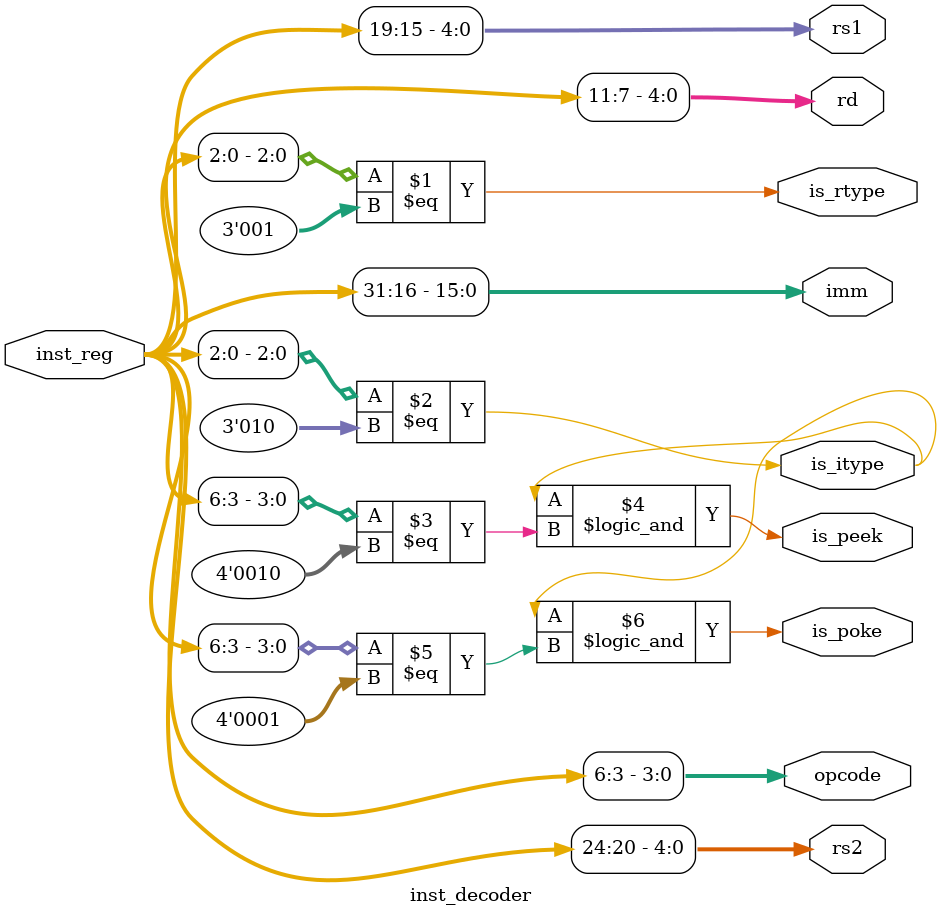
<source format=sv>
`default_nettype none

/*
 * decode instruction info; need valid `inst_reg` value   
 */
module inst_decoder(
    input  wire [31:0] inst_reg,
    output wire        is_rtype,
    output wire        is_itype,
    output wire        is_peek,
    output wire        is_poke,
    output wire [15:0] imm,
    output wire [ 4:0] rd,
    output wire [ 4:0] rs1,
    output wire [ 4:0] rs2,
    output wire [ 3:0] opcode
);

assign is_rtype = (inst_reg[2:0] == 3'b001);
assign is_itype = (inst_reg[2:0] == 3'b010);
assign is_peek  = is_itype && (inst_reg[6:3] == 4'b0010);
assign is_poke  = is_itype && (inst_reg[6:3] == 4'b0001);
assign imm      = inst_reg[31:16];
assign rd       = inst_reg[11:7];
assign rs1      = inst_reg[19:15];
assign rs2      = inst_reg[24:20];
assign opcode   = inst_reg[6:3];

endmodule
</source>
